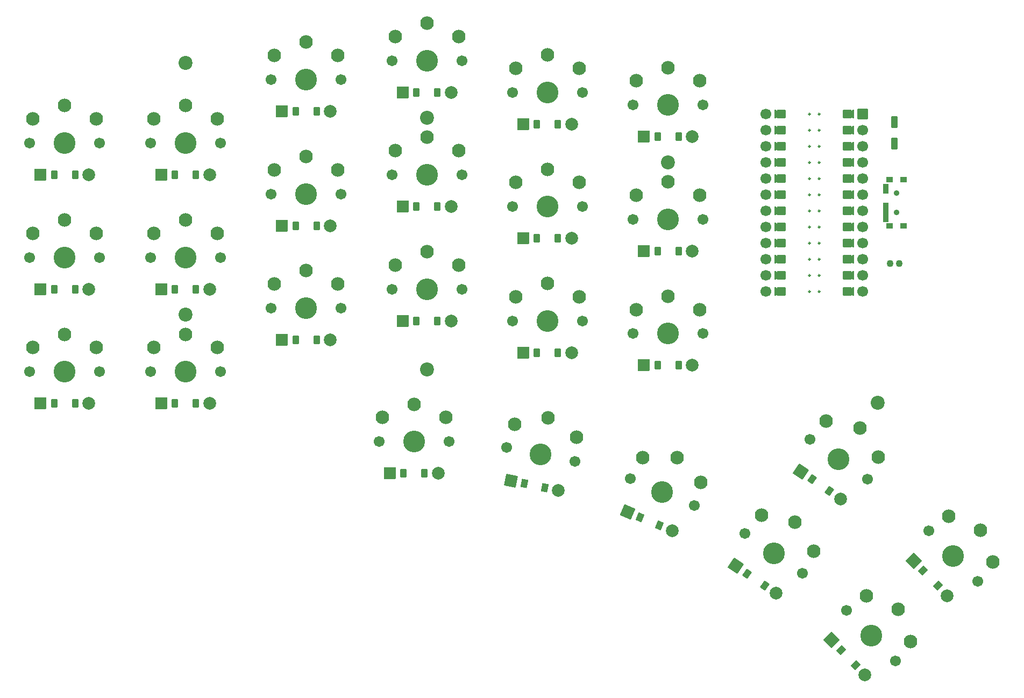
<source format=gbr>
%TF.GenerationSoftware,KiCad,Pcbnew,7.0.2-6a45011f42~172~ubuntu22.04.1*%
%TF.CreationDate,2023-05-10T23:38:50+02:00*%
%TF.ProjectId,keyboard,6b657962-6f61-4726-942e-6b696361645f,v1.0.0*%
%TF.SameCoordinates,Original*%
%TF.FileFunction,Soldermask,Bot*%
%TF.FilePolarity,Negative*%
%FSLAX46Y46*%
G04 Gerber Fmt 4.6, Leading zero omitted, Abs format (unit mm)*
G04 Created by KiCad (PCBNEW 7.0.2-6a45011f42~172~ubuntu22.04.1) date 2023-05-10 23:38:50*
%MOMM*%
%LPD*%
G01*
G04 APERTURE LIST*
G04 Aperture macros list*
%AMRoundRect*
0 Rectangle with rounded corners*
0 $1 Rounding radius*
0 $2 $3 $4 $5 $6 $7 $8 $9 X,Y pos of 4 corners*
0 Add a 4 corners polygon primitive as box body*
4,1,4,$2,$3,$4,$5,$6,$7,$8,$9,$2,$3,0*
0 Add four circle primitives for the rounded corners*
1,1,$1+$1,$2,$3*
1,1,$1+$1,$4,$5*
1,1,$1+$1,$6,$7*
1,1,$1+$1,$8,$9*
0 Add four rect primitives between the rounded corners*
20,1,$1+$1,$2,$3,$4,$5,0*
20,1,$1+$1,$4,$5,$6,$7,0*
20,1,$1+$1,$6,$7,$8,$9,0*
20,1,$1+$1,$8,$9,$2,$3,0*%
%AMFreePoly0*
4,1,14,0.635355,0.435355,0.650000,0.400000,0.650000,0.200000,0.635355,0.164645,0.035355,-0.435355,0.000000,-0.450000,-0.035355,-0.435355,-0.635355,0.164645,-0.650000,0.200000,-0.650000,0.400000,-0.635355,0.435355,-0.600000,0.450000,0.600000,0.450000,0.635355,0.435355,0.635355,0.435355,$1*%
%AMFreePoly1*
4,1,16,0.635355,1.035355,0.650000,1.000000,0.650000,-0.250000,0.635355,-0.285355,0.600000,-0.300000,-0.600000,-0.300000,-0.635355,-0.285355,-0.650000,-0.250000,-0.650000,1.000000,-0.635355,1.035355,-0.600000,1.050000,-0.564645,1.035355,0.000000,0.470710,0.564645,1.035355,0.600000,1.050000,0.635355,1.035355,0.635355,1.035355,$1*%
G04 Aperture macros list end*
%ADD10C,0.250000*%
%ADD11C,0.100000*%
%ADD12C,1.100000*%
%ADD13C,1.701800*%
%ADD14C,3.429000*%
%ADD15C,2.132000*%
%ADD16C,2.200000*%
%ADD17RoundRect,0.050000X-0.889000X-0.889000X0.889000X-0.889000X0.889000X0.889000X-0.889000X0.889000X0*%
%ADD18RoundRect,0.050000X-0.450000X-0.600000X0.450000X-0.600000X0.450000X0.600000X-0.450000X0.600000X0*%
%ADD19C,2.005000*%
%ADD20RoundRect,0.050000X-1.165689X-0.470969X0.470969X-1.165689X1.165689X0.470969X-0.470969X1.165689X0*%
%ADD21RoundRect,0.050000X-0.648666X-0.376474X0.179789X-0.728132X0.648666X0.376474X-0.179789X0.728132X0*%
%ADD22RoundRect,0.050000X-1.257044X0.021942X-0.021942X-1.257044X1.257044X-0.021942X0.021942X1.257044X0*%
%ADD23RoundRect,0.050000X-0.744200X-0.093092X-0.119008X-0.740498X0.744200X0.093092X0.119008X0.740498X0*%
%ADD24RoundRect,0.050000X-1.236183X-0.229113X0.229113X-1.236183X1.236183X0.229113X-0.229113X1.236183X0*%
%ADD25RoundRect,0.050000X-0.710701X-0.239593X0.031013X-0.749359X0.710701X0.239593X-0.031013X0.749359X0*%
%ADD26RoundRect,0.050000X-0.500000X-0.400000X0.500000X-0.400000X0.500000X0.400000X-0.500000X0.400000X0*%
%ADD27C,0.900000*%
%ADD28RoundRect,0.050000X-0.350000X-0.750000X0.350000X-0.750000X0.350000X0.750000X-0.350000X0.750000X0*%
%ADD29RoundRect,0.050000X-0.450000X-0.850000X0.450000X-0.850000X0.450000X0.850000X-0.450000X0.850000X0*%
%ADD30RoundRect,0.050000X-1.048391X-0.693915X0.693915X-1.048391X1.048391X0.693915X-0.693915X1.048391X0*%
%ADD31RoundRect,0.050000X-0.560587X-0.498239X0.321345X-0.677670X0.560587X0.498239X-0.321345X0.677670X0*%
%ADD32C,1.700000*%
%ADD33RoundRect,0.050000X-0.800000X0.800000X-0.800000X-0.800000X0.800000X-0.800000X0.800000X0.800000X0*%
%ADD34FreePoly0,270.000000*%
%ADD35FreePoly0,90.000000*%
%ADD36FreePoly1,90.000000*%
%ADD37FreePoly1,270.000000*%
G04 APERTURE END LIST*
D10*
%TO.C,MCU1*%
X218887000Y-59430000D02*
G75*
G03*
X218887000Y-59430000I-125000J0D01*
G01*
X217363000Y-59430000D02*
G75*
G03*
X217363000Y-59430000I-125000J0D01*
G01*
X218887000Y-61970000D02*
G75*
G03*
X218887000Y-61970000I-125000J0D01*
G01*
X217363000Y-61970000D02*
G75*
G03*
X217363000Y-61970000I-125000J0D01*
G01*
X218887000Y-64510000D02*
G75*
G03*
X218887000Y-64510000I-125000J0D01*
G01*
X217363000Y-64510000D02*
G75*
G03*
X217363000Y-64510000I-125000J0D01*
G01*
X218887000Y-67050000D02*
G75*
G03*
X218887000Y-67050000I-125000J0D01*
G01*
X217363000Y-67050000D02*
G75*
G03*
X217363000Y-67050000I-125000J0D01*
G01*
X218887000Y-69590000D02*
G75*
G03*
X218887000Y-69590000I-125000J0D01*
G01*
X217363000Y-69590000D02*
G75*
G03*
X217363000Y-69590000I-125000J0D01*
G01*
X218887000Y-72130000D02*
G75*
G03*
X218887000Y-72130000I-125000J0D01*
G01*
X217363000Y-72130000D02*
G75*
G03*
X217363000Y-72130000I-125000J0D01*
G01*
X218887000Y-74670000D02*
G75*
G03*
X218887000Y-74670000I-125000J0D01*
G01*
X217363000Y-74670000D02*
G75*
G03*
X217363000Y-74670000I-125000J0D01*
G01*
X218887000Y-77210000D02*
G75*
G03*
X218887000Y-77210000I-125000J0D01*
G01*
X217363000Y-77210000D02*
G75*
G03*
X217363000Y-77210000I-125000J0D01*
G01*
X218887000Y-79750000D02*
G75*
G03*
X218887000Y-79750000I-125000J0D01*
G01*
X217363000Y-79750000D02*
G75*
G03*
X217363000Y-79750000I-125000J0D01*
G01*
X218887000Y-82290000D02*
G75*
G03*
X218887000Y-82290000I-125000J0D01*
G01*
X217363000Y-82290000D02*
G75*
G03*
X217363000Y-82290000I-125000J0D01*
G01*
X218887000Y-84830000D02*
G75*
G03*
X218887000Y-84830000I-125000J0D01*
G01*
X217363000Y-84830000D02*
G75*
G03*
X217363000Y-84830000I-125000J0D01*
G01*
X218887000Y-87370000D02*
G75*
G03*
X218887000Y-87370000I-125000J0D01*
G01*
X217363000Y-87370000D02*
G75*
G03*
X217363000Y-87370000I-125000J0D01*
G01*
D11*
X212920000Y-59938000D02*
X211904000Y-59938000D01*
X211904000Y-58922000D01*
X212920000Y-58922000D01*
X212920000Y-59938000D01*
G36*
X212920000Y-59938000D02*
G01*
X211904000Y-59938000D01*
X211904000Y-58922000D01*
X212920000Y-58922000D01*
X212920000Y-59938000D01*
G37*
X224096000Y-59938000D02*
X223080000Y-59938000D01*
X223080000Y-58922000D01*
X224096000Y-58922000D01*
X224096000Y-59938000D01*
G36*
X224096000Y-59938000D02*
G01*
X223080000Y-59938000D01*
X223080000Y-58922000D01*
X224096000Y-58922000D01*
X224096000Y-59938000D01*
G37*
X212920000Y-62478000D02*
X211904000Y-62478000D01*
X211904000Y-61462000D01*
X212920000Y-61462000D01*
X212920000Y-62478000D01*
G36*
X212920000Y-62478000D02*
G01*
X211904000Y-62478000D01*
X211904000Y-61462000D01*
X212920000Y-61462000D01*
X212920000Y-62478000D01*
G37*
X224096000Y-62478000D02*
X223080000Y-62478000D01*
X223080000Y-61462000D01*
X224096000Y-61462000D01*
X224096000Y-62478000D01*
G36*
X224096000Y-62478000D02*
G01*
X223080000Y-62478000D01*
X223080000Y-61462000D01*
X224096000Y-61462000D01*
X224096000Y-62478000D01*
G37*
X212920000Y-65018000D02*
X211904000Y-65018000D01*
X211904000Y-64002000D01*
X212920000Y-64002000D01*
X212920000Y-65018000D01*
G36*
X212920000Y-65018000D02*
G01*
X211904000Y-65018000D01*
X211904000Y-64002000D01*
X212920000Y-64002000D01*
X212920000Y-65018000D01*
G37*
X224096000Y-65018000D02*
X223080000Y-65018000D01*
X223080000Y-64002000D01*
X224096000Y-64002000D01*
X224096000Y-65018000D01*
G36*
X224096000Y-65018000D02*
G01*
X223080000Y-65018000D01*
X223080000Y-64002000D01*
X224096000Y-64002000D01*
X224096000Y-65018000D01*
G37*
X212920000Y-67558000D02*
X211904000Y-67558000D01*
X211904000Y-66542000D01*
X212920000Y-66542000D01*
X212920000Y-67558000D01*
G36*
X212920000Y-67558000D02*
G01*
X211904000Y-67558000D01*
X211904000Y-66542000D01*
X212920000Y-66542000D01*
X212920000Y-67558000D01*
G37*
X224096000Y-67558000D02*
X223080000Y-67558000D01*
X223080000Y-66542000D01*
X224096000Y-66542000D01*
X224096000Y-67558000D01*
G36*
X224096000Y-67558000D02*
G01*
X223080000Y-67558000D01*
X223080000Y-66542000D01*
X224096000Y-66542000D01*
X224096000Y-67558000D01*
G37*
X212920000Y-70098000D02*
X211904000Y-70098000D01*
X211904000Y-69082000D01*
X212920000Y-69082000D01*
X212920000Y-70098000D01*
G36*
X212920000Y-70098000D02*
G01*
X211904000Y-70098000D01*
X211904000Y-69082000D01*
X212920000Y-69082000D01*
X212920000Y-70098000D01*
G37*
X224096000Y-70098000D02*
X223080000Y-70098000D01*
X223080000Y-69082000D01*
X224096000Y-69082000D01*
X224096000Y-70098000D01*
G36*
X224096000Y-70098000D02*
G01*
X223080000Y-70098000D01*
X223080000Y-69082000D01*
X224096000Y-69082000D01*
X224096000Y-70098000D01*
G37*
X212920000Y-72638000D02*
X211904000Y-72638000D01*
X211904000Y-71622000D01*
X212920000Y-71622000D01*
X212920000Y-72638000D01*
G36*
X212920000Y-72638000D02*
G01*
X211904000Y-72638000D01*
X211904000Y-71622000D01*
X212920000Y-71622000D01*
X212920000Y-72638000D01*
G37*
X224096000Y-72638000D02*
X223080000Y-72638000D01*
X223080000Y-71622000D01*
X224096000Y-71622000D01*
X224096000Y-72638000D01*
G36*
X224096000Y-72638000D02*
G01*
X223080000Y-72638000D01*
X223080000Y-71622000D01*
X224096000Y-71622000D01*
X224096000Y-72638000D01*
G37*
X212920000Y-75178000D02*
X211904000Y-75178000D01*
X211904000Y-74162000D01*
X212920000Y-74162000D01*
X212920000Y-75178000D01*
G36*
X212920000Y-75178000D02*
G01*
X211904000Y-75178000D01*
X211904000Y-74162000D01*
X212920000Y-74162000D01*
X212920000Y-75178000D01*
G37*
X224096000Y-75178000D02*
X223080000Y-75178000D01*
X223080000Y-74162000D01*
X224096000Y-74162000D01*
X224096000Y-75178000D01*
G36*
X224096000Y-75178000D02*
G01*
X223080000Y-75178000D01*
X223080000Y-74162000D01*
X224096000Y-74162000D01*
X224096000Y-75178000D01*
G37*
X212920000Y-77718000D02*
X211904000Y-77718000D01*
X211904000Y-76702000D01*
X212920000Y-76702000D01*
X212920000Y-77718000D01*
G36*
X212920000Y-77718000D02*
G01*
X211904000Y-77718000D01*
X211904000Y-76702000D01*
X212920000Y-76702000D01*
X212920000Y-77718000D01*
G37*
X224096000Y-77718000D02*
X223080000Y-77718000D01*
X223080000Y-76702000D01*
X224096000Y-76702000D01*
X224096000Y-77718000D01*
G36*
X224096000Y-77718000D02*
G01*
X223080000Y-77718000D01*
X223080000Y-76702000D01*
X224096000Y-76702000D01*
X224096000Y-77718000D01*
G37*
X212920000Y-80258000D02*
X211904000Y-80258000D01*
X211904000Y-79242000D01*
X212920000Y-79242000D01*
X212920000Y-80258000D01*
G36*
X212920000Y-80258000D02*
G01*
X211904000Y-80258000D01*
X211904000Y-79242000D01*
X212920000Y-79242000D01*
X212920000Y-80258000D01*
G37*
X224096000Y-80258000D02*
X223080000Y-80258000D01*
X223080000Y-79242000D01*
X224096000Y-79242000D01*
X224096000Y-80258000D01*
G36*
X224096000Y-80258000D02*
G01*
X223080000Y-80258000D01*
X223080000Y-79242000D01*
X224096000Y-79242000D01*
X224096000Y-80258000D01*
G37*
X212920000Y-82798000D02*
X211904000Y-82798000D01*
X211904000Y-81782000D01*
X212920000Y-81782000D01*
X212920000Y-82798000D01*
G36*
X212920000Y-82798000D02*
G01*
X211904000Y-82798000D01*
X211904000Y-81782000D01*
X212920000Y-81782000D01*
X212920000Y-82798000D01*
G37*
X224096000Y-82798000D02*
X223080000Y-82798000D01*
X223080000Y-81782000D01*
X224096000Y-81782000D01*
X224096000Y-82798000D01*
G36*
X224096000Y-82798000D02*
G01*
X223080000Y-82798000D01*
X223080000Y-81782000D01*
X224096000Y-81782000D01*
X224096000Y-82798000D01*
G37*
X212920000Y-85338000D02*
X211904000Y-85338000D01*
X211904000Y-84322000D01*
X212920000Y-84322000D01*
X212920000Y-85338000D01*
G36*
X212920000Y-85338000D02*
G01*
X211904000Y-85338000D01*
X211904000Y-84322000D01*
X212920000Y-84322000D01*
X212920000Y-85338000D01*
G37*
X224096000Y-85338000D02*
X223080000Y-85338000D01*
X223080000Y-84322000D01*
X224096000Y-84322000D01*
X224096000Y-85338000D01*
G36*
X224096000Y-85338000D02*
G01*
X223080000Y-85338000D01*
X223080000Y-84322000D01*
X224096000Y-84322000D01*
X224096000Y-85338000D01*
G37*
X212920000Y-87878000D02*
X211904000Y-87878000D01*
X211904000Y-86862000D01*
X212920000Y-86862000D01*
X212920000Y-87878000D01*
G36*
X212920000Y-87878000D02*
G01*
X211904000Y-87878000D01*
X211904000Y-86862000D01*
X212920000Y-86862000D01*
X212920000Y-87878000D01*
G37*
X224096000Y-87878000D02*
X223080000Y-87878000D01*
X223080000Y-86862000D01*
X224096000Y-86862000D01*
X224096000Y-87878000D01*
G36*
X224096000Y-87878000D02*
G01*
X223080000Y-87878000D01*
X223080000Y-86862000D01*
X224096000Y-86862000D01*
X224096000Y-87878000D01*
G37*
%TD*%
D12*
%TO.C,*%
X231400000Y-83000000D03*
X229900000Y-83000000D03*
%TD*%
D13*
%TO.C,S4*%
X113500000Y-100000000D03*
D14*
X119000000Y-100000000D03*
D13*
X124500000Y-100000000D03*
D15*
X114000000Y-96200000D03*
X124000000Y-96200000D03*
X119000000Y-94100000D03*
X119000000Y-94100000D03*
%TD*%
D13*
%TO.C,S21*%
X189010336Y-116800494D03*
D14*
X194073113Y-118949515D03*
D13*
X199135890Y-121098536D03*
D15*
X190955367Y-113497941D03*
X200160416Y-117405252D03*
X196378427Y-113518536D03*
X196378427Y-113518536D03*
%TD*%
D16*
%TO.C,_8*%
X227953123Y-104852547D03*
%TD*%
D13*
%TO.C,S9*%
X132500000Y-54000000D03*
D14*
X138000000Y-54000000D03*
D13*
X143500000Y-54000000D03*
D15*
X133000000Y-50200000D03*
X143000000Y-50200000D03*
X138000000Y-48100000D03*
X138000000Y-48100000D03*
%TD*%
D17*
%TO.C,D1*%
X96190000Y-105000000D03*
D18*
X98350000Y-105000000D03*
X101650000Y-105000000D03*
D19*
X103810000Y-105000000D03*
%TD*%
D13*
%TO.C,S7*%
X132500000Y-90000000D03*
D14*
X138000000Y-90000000D03*
D13*
X143500000Y-90000000D03*
D15*
X133000000Y-86200000D03*
X143000000Y-86200000D03*
X138000000Y-84100000D03*
X138000000Y-84100000D03*
%TD*%
D17*
%TO.C,D7*%
X134190000Y-95000000D03*
D18*
X136350000Y-95000000D03*
X139650000Y-95000000D03*
D19*
X141810000Y-95000000D03*
%TD*%
D17*
%TO.C,D14*%
X172190000Y-79000000D03*
D18*
X174350000Y-79000000D03*
X177650000Y-79000000D03*
D19*
X179810000Y-79000000D03*
%TD*%
D20*
%TO.C,D21*%
X188612334Y-122063353D03*
D21*
X190600624Y-122907333D03*
X193638290Y-124196745D03*
D19*
X195626580Y-125040725D03*
%TD*%
D13*
%TO.C,S17*%
X189500000Y-76000000D03*
D14*
X195000000Y-76000000D03*
D13*
X200500000Y-76000000D03*
D15*
X190000000Y-72200000D03*
X200000000Y-72200000D03*
X195000000Y-70100000D03*
X195000000Y-70100000D03*
%TD*%
D13*
%TO.C,S11*%
X151500000Y-69000000D03*
D14*
X157000000Y-69000000D03*
D13*
X162500000Y-69000000D03*
D15*
X152000000Y-65200000D03*
X162000000Y-65200000D03*
X157000000Y-63100000D03*
X157000000Y-63100000D03*
%TD*%
D22*
%TO.C,D24*%
X220690633Y-142266770D03*
D23*
X222191095Y-143820544D03*
X224483467Y-146194366D03*
D19*
X225983929Y-147748140D03*
%TD*%
D17*
%TO.C,D9*%
X134190000Y-59000000D03*
D18*
X136350000Y-59000000D03*
X139650000Y-59000000D03*
D19*
X141810000Y-59000000D03*
%TD*%
D16*
%TO.C,_5*%
X119000000Y-91000000D03*
%TD*%
D17*
%TO.C,D3*%
X96190000Y-69000000D03*
D18*
X98350000Y-69000000D03*
X101650000Y-69000000D03*
D19*
X103810000Y-69000000D03*
%TD*%
D16*
%TO.C,_9*%
X195000000Y-67000000D03*
%TD*%
D13*
%TO.C,S6*%
X113500000Y-64000000D03*
D14*
X119000000Y-64000000D03*
D13*
X124500000Y-64000000D03*
D15*
X114000000Y-60200000D03*
X124000000Y-60200000D03*
X119000000Y-58100000D03*
X119000000Y-58100000D03*
%TD*%
D24*
%TO.C,D23*%
X215863984Y-115715733D03*
D25*
X217644097Y-116939171D03*
X220363713Y-118808311D03*
D19*
X222143826Y-120031749D03*
%TD*%
D13*
%TO.C,S14*%
X170500000Y-74000000D03*
D14*
X176000000Y-74000000D03*
D13*
X181500000Y-74000000D03*
D15*
X171000000Y-70200000D03*
X181000000Y-70200000D03*
X176000000Y-68100000D03*
X176000000Y-68100000D03*
%TD*%
D17*
%TO.C,D13*%
X172190000Y-97000000D03*
D18*
X174350000Y-97000000D03*
X177650000Y-97000000D03*
D19*
X179810000Y-97000000D03*
%TD*%
D13*
%TO.C,S18*%
X189500000Y-58000000D03*
D14*
X195000000Y-58000000D03*
D13*
X200500000Y-58000000D03*
D15*
X190000000Y-54200000D03*
X200000000Y-54200000D03*
X195000000Y-52100000D03*
X195000000Y-52100000D03*
%TD*%
D13*
%TO.C,S16*%
X189500000Y-94000000D03*
D14*
X195000000Y-94000000D03*
D13*
X200500000Y-94000000D03*
D15*
X190000000Y-90200000D03*
X200000000Y-90200000D03*
X195000000Y-88100000D03*
X195000000Y-88100000D03*
%TD*%
D13*
%TO.C,S2*%
X94500000Y-82000000D03*
D14*
X100000000Y-82000000D03*
D13*
X105500000Y-82000000D03*
D15*
X95000000Y-78200000D03*
X105000000Y-78200000D03*
X100000000Y-76100000D03*
X100000000Y-76100000D03*
%TD*%
D13*
%TO.C,S23*%
X217303242Y-110637876D03*
D14*
X221835936Y-113753110D03*
D13*
X226368630Y-116868344D03*
D15*
X219867649Y-107789399D03*
X228108911Y-113453462D03*
X225177733Y-108890765D03*
X225177733Y-108890765D03*
%TD*%
D17*
%TO.C,D19*%
X151190000Y-116000000D03*
D18*
X153350000Y-116000000D03*
X156650000Y-116000000D03*
D19*
X158810000Y-116000000D03*
%TD*%
D13*
%TO.C,S12*%
X151500000Y-51000000D03*
D14*
X157000000Y-51000000D03*
D13*
X162500000Y-51000000D03*
D15*
X152000000Y-47200000D03*
X162000000Y-47200000D03*
X157000000Y-45100000D03*
X157000000Y-45100000D03*
%TD*%
D13*
%TO.C,S1*%
X94500000Y-100000000D03*
D14*
X100000000Y-100000000D03*
D13*
X105500000Y-100000000D03*
D15*
X95000000Y-96200000D03*
X105000000Y-96200000D03*
X100000000Y-94100000D03*
X100000000Y-94100000D03*
%TD*%
D26*
%TO.C,*%
X229870000Y-77050000D03*
X232080000Y-77050000D03*
D27*
X230980000Y-74900000D03*
X230980000Y-74900000D03*
X230980000Y-71900000D03*
X230980000Y-71900000D03*
D26*
X229870000Y-69750000D03*
X232080000Y-69750000D03*
D28*
X229220000Y-71150000D03*
X229220000Y-74150000D03*
X229220000Y-75650000D03*
%TD*%
D13*
%TO.C,S13*%
X170500000Y-92000000D03*
D14*
X176000000Y-92000000D03*
D13*
X181500000Y-92000000D03*
D15*
X171000000Y-88200000D03*
X181000000Y-88200000D03*
X176000000Y-86100000D03*
X176000000Y-86100000D03*
%TD*%
D13*
%TO.C,S15*%
X170500000Y-56000000D03*
D14*
X176000000Y-56000000D03*
D13*
X181500000Y-56000000D03*
D15*
X171000000Y-52200000D03*
X181000000Y-52200000D03*
X176000000Y-50100000D03*
X176000000Y-50100000D03*
%TD*%
D13*
%TO.C,S20*%
X169547207Y-111911006D03*
D14*
X174936793Y-113007530D03*
D13*
X180326379Y-114104054D03*
D15*
X170794768Y-108286976D03*
X180594015Y-110280656D03*
X176113064Y-107225974D03*
X176113064Y-107225974D03*
%TD*%
D29*
%TO.C,*%
X230650000Y-64100000D03*
X230650000Y-60700000D03*
%TD*%
D30*
%TO.C,D20*%
X170206441Y-117147561D03*
D31*
X172323078Y-117578196D03*
X175556830Y-118236110D03*
D19*
X177673467Y-118666745D03*
%TD*%
D17*
%TO.C,D10*%
X153190000Y-92000000D03*
D18*
X155350000Y-92000000D03*
X158650000Y-92000000D03*
D19*
X160810000Y-92000000D03*
%TD*%
D13*
%TO.C,S8*%
X132500000Y-72000000D03*
D14*
X138000000Y-72000000D03*
D13*
X143500000Y-72000000D03*
D15*
X133000000Y-68200000D03*
X143000000Y-68200000D03*
X138000000Y-66100000D03*
X138000000Y-66100000D03*
%TD*%
D16*
%TO.C,_6*%
X157000000Y-60000000D03*
%TD*%
D17*
%TO.C,D17*%
X191190000Y-81000000D03*
D18*
X193350000Y-81000000D03*
X196650000Y-81000000D03*
D19*
X198810000Y-81000000D03*
%TD*%
D13*
%TO.C,S25*%
X236061475Y-125073943D03*
D14*
X239882096Y-129030312D03*
D13*
X243702717Y-132986681D03*
D15*
X239142295Y-122793911D03*
X246088879Y-129987309D03*
X244126201Y-124931828D03*
X244126201Y-124931828D03*
%TD*%
D17*
%TO.C,D2*%
X96190000Y-87000000D03*
D18*
X98350000Y-87000000D03*
X101650000Y-87000000D03*
D19*
X103810000Y-87000000D03*
%TD*%
D17*
%TO.C,D8*%
X134190000Y-77000000D03*
D18*
X136350000Y-77000000D03*
X139650000Y-77000000D03*
D19*
X141810000Y-77000000D03*
%TD*%
D17*
%TO.C,D5*%
X115190000Y-87000000D03*
D18*
X117350000Y-87000000D03*
X120650000Y-87000000D03*
D19*
X122810000Y-87000000D03*
%TD*%
D13*
%TO.C,S10*%
X151500000Y-87000000D03*
D14*
X157000000Y-87000000D03*
D13*
X162500000Y-87000000D03*
D15*
X152000000Y-83200000D03*
X162000000Y-83200000D03*
X157000000Y-81100000D03*
X157000000Y-81100000D03*
%TD*%
D17*
%TO.C,D11*%
X153190000Y-74000000D03*
D18*
X155350000Y-74000000D03*
X158650000Y-74000000D03*
D19*
X160810000Y-74000000D03*
%TD*%
D17*
%TO.C,D16*%
X191190000Y-99000000D03*
D18*
X193350000Y-99000000D03*
X196650000Y-99000000D03*
D19*
X198810000Y-99000000D03*
%TD*%
D13*
%TO.C,S24*%
X223113359Y-137577794D03*
D14*
X226933980Y-141534163D03*
D13*
X230754601Y-145490532D03*
D15*
X226194179Y-135297762D03*
X233140763Y-142491160D03*
X231178085Y-137435679D03*
X231178085Y-137435679D03*
%TD*%
D13*
%TO.C,S5*%
X113500000Y-82000000D03*
D14*
X119000000Y-82000000D03*
D13*
X124500000Y-82000000D03*
D15*
X114000000Y-78200000D03*
X124000000Y-78200000D03*
X119000000Y-76100000D03*
X119000000Y-76100000D03*
%TD*%
D13*
%TO.C,S22*%
X207107930Y-125472147D03*
D14*
X211640624Y-128587381D03*
D13*
X216173318Y-131702615D03*
D15*
X209672337Y-122623670D03*
X217913599Y-128287733D03*
X214982421Y-123725036D03*
X214982421Y-123725036D03*
%TD*%
D22*
%TO.C,D25*%
X233638749Y-129762919D03*
D23*
X235139211Y-131316693D03*
X237431583Y-133690515D03*
D19*
X238932045Y-135244289D03*
%TD*%
D13*
%TO.C,S19*%
X149500000Y-111000000D03*
D14*
X155000000Y-111000000D03*
D13*
X160500000Y-111000000D03*
D15*
X150000000Y-107200000D03*
X160000000Y-107200000D03*
X155000000Y-105100000D03*
X155000000Y-105100000D03*
%TD*%
D17*
%TO.C,D12*%
X153190000Y-56000000D03*
D18*
X155350000Y-56000000D03*
X158650000Y-56000000D03*
D19*
X160810000Y-56000000D03*
%TD*%
D17*
%TO.C,D18*%
X191190000Y-63000000D03*
D18*
X193350000Y-63000000D03*
X196650000Y-63000000D03*
D19*
X198810000Y-63000000D03*
%TD*%
D16*
%TO.C,_4*%
X119000000Y-51400000D03*
%TD*%
D17*
%TO.C,D6*%
X115190000Y-69000000D03*
D18*
X117350000Y-69000000D03*
X120650000Y-69000000D03*
D19*
X122810000Y-69000000D03*
%TD*%
D24*
%TO.C,D22*%
X205668672Y-130550004D03*
D25*
X207448785Y-131773442D03*
X210168401Y-133642582D03*
D19*
X211948514Y-134866020D03*
%TD*%
D17*
%TO.C,D4*%
X115190000Y-105000000D03*
D18*
X117350000Y-105000000D03*
X120650000Y-105000000D03*
D19*
X122810000Y-105000000D03*
%TD*%
D16*
%TO.C,_7*%
X157000000Y-99600000D03*
%TD*%
D32*
%TO.C,MCU1*%
X225620000Y-59430000D03*
D33*
X225620000Y-59430000D03*
D34*
X223842000Y-59430000D03*
D35*
X212158000Y-59430000D03*
D32*
X210380000Y-59430000D03*
X225620000Y-61970000D03*
D34*
X223842000Y-61970000D03*
D35*
X212158000Y-61970000D03*
D32*
X210380000Y-61970000D03*
X225620000Y-64510000D03*
D34*
X223842000Y-64510000D03*
D35*
X212158000Y-64510000D03*
D32*
X210380000Y-64510000D03*
X225620000Y-67050000D03*
D34*
X223842000Y-67050000D03*
D35*
X212158000Y-67050000D03*
D32*
X210380000Y-67050000D03*
X225620000Y-69590000D03*
D34*
X223842000Y-69590000D03*
D35*
X212158000Y-69590000D03*
D32*
X210380000Y-69590000D03*
X225620000Y-72130000D03*
D34*
X223842000Y-72130000D03*
D35*
X212158000Y-72130000D03*
D32*
X210380000Y-72130000D03*
X225620000Y-74670000D03*
D34*
X223842000Y-74670000D03*
D35*
X212158000Y-74670000D03*
D32*
X210380000Y-74670000D03*
X225620000Y-77210000D03*
D34*
X223842000Y-77210000D03*
D35*
X212158000Y-77210000D03*
D32*
X210380000Y-77210000D03*
X225620000Y-79750000D03*
D34*
X223842000Y-79750000D03*
D35*
X212158000Y-79750000D03*
D32*
X210380000Y-79750000D03*
X225620000Y-82290000D03*
D34*
X223842000Y-82290000D03*
D35*
X212158000Y-82290000D03*
D32*
X210380000Y-82290000D03*
X225620000Y-84830000D03*
D34*
X223842000Y-84830000D03*
D35*
X212158000Y-84830000D03*
D32*
X210380000Y-84830000D03*
X225620000Y-87370000D03*
D34*
X223842000Y-87370000D03*
D35*
X212158000Y-87370000D03*
D32*
X210380000Y-87370000D03*
D36*
X213174000Y-59430000D03*
X213174000Y-61970000D03*
X213174000Y-64510000D03*
X213174000Y-67050000D03*
X213174000Y-69590000D03*
X213174000Y-72130000D03*
X213174000Y-74670000D03*
X213174000Y-77210000D03*
X213174000Y-79750000D03*
X213174000Y-82290000D03*
X213174000Y-84830000D03*
X213174000Y-87370000D03*
D37*
X222826000Y-87370000D03*
X222826000Y-84830000D03*
X222826000Y-82290000D03*
X222826000Y-79750000D03*
X222826000Y-77210000D03*
X222826000Y-74670000D03*
X222826000Y-72130000D03*
X222826000Y-69590000D03*
X222826000Y-67050000D03*
X222826000Y-64510000D03*
X222826000Y-61970000D03*
X222826000Y-59430000D03*
%TD*%
D17*
%TO.C,D15*%
X172190000Y-61000000D03*
D18*
X174350000Y-61000000D03*
X177650000Y-61000000D03*
D19*
X179810000Y-61000000D03*
%TD*%
D13*
%TO.C,S3*%
X94500000Y-64000000D03*
D14*
X100000000Y-64000000D03*
D13*
X105500000Y-64000000D03*
D15*
X95000000Y-60200000D03*
X105000000Y-60200000D03*
X100000000Y-58100000D03*
X100000000Y-58100000D03*
%TD*%
M02*

</source>
